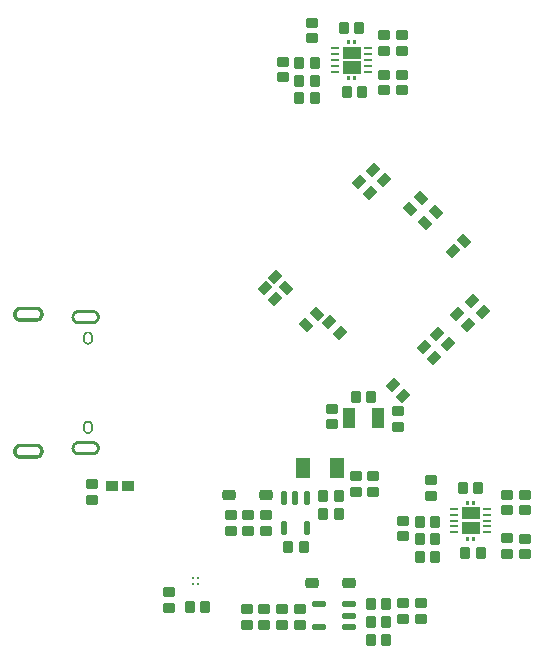
<source format=gbp>
G04*
G04 #@! TF.GenerationSoftware,Altium Limited,Altium Designer,24.0.1 (36)*
G04*
G04 Layer_Color=128*
%FSLAX44Y44*%
%MOMM*%
G71*
G04*
G04 #@! TF.SameCoordinates,3B49473D-73B2-42EE-9F38-8EB038721B03*
G04*
G04*
G04 #@! TF.FilePolarity,Positive*
G04*
G01*
G75*
G04:AMPARAMS|DCode=20|XSize=1mm|YSize=0.82mm|CornerRadius=0.041mm|HoleSize=0mm|Usage=FLASHONLY|Rotation=180.000|XOffset=0mm|YOffset=0mm|HoleType=Round|Shape=RoundedRectangle|*
%AMROUNDEDRECTD20*
21,1,1.0000,0.7380,0,0,180.0*
21,1,0.9180,0.8200,0,0,180.0*
1,1,0.0820,-0.4590,0.3690*
1,1,0.0820,0.4590,0.3690*
1,1,0.0820,0.4590,-0.3690*
1,1,0.0820,-0.4590,-0.3690*
%
%ADD20ROUNDEDRECTD20*%
G04:AMPARAMS|DCode=26|XSize=0.95mm|YSize=0.8mm|CornerRadius=0.04mm|HoleSize=0mm|Usage=FLASHONLY|Rotation=180.000|XOffset=0mm|YOffset=0mm|HoleType=Round|Shape=RoundedRectangle|*
%AMROUNDEDRECTD26*
21,1,0.9500,0.7200,0,0,180.0*
21,1,0.8700,0.8000,0,0,180.0*
1,1,0.0800,-0.4350,0.3600*
1,1,0.0800,0.4350,0.3600*
1,1,0.0800,0.4350,-0.3600*
1,1,0.0800,-0.4350,-0.3600*
%
%ADD26ROUNDEDRECTD26*%
G04:AMPARAMS|DCode=27|XSize=1mm|YSize=0.82mm|CornerRadius=0.041mm|HoleSize=0mm|Usage=FLASHONLY|Rotation=90.000|XOffset=0mm|YOffset=0mm|HoleType=Round|Shape=RoundedRectangle|*
%AMROUNDEDRECTD27*
21,1,1.0000,0.7380,0,0,90.0*
21,1,0.9180,0.8200,0,0,90.0*
1,1,0.0820,0.3690,0.4590*
1,1,0.0820,0.3690,-0.4590*
1,1,0.0820,-0.3690,-0.4590*
1,1,0.0820,-0.3690,0.4590*
%
%ADD27ROUNDEDRECTD27*%
%ADD28R,1.1061X0.9582*%
G04:AMPARAMS|DCode=68|XSize=1.21mm|YSize=0.59mm|CornerRadius=0.1475mm|HoleSize=0mm|Usage=FLASHONLY|Rotation=180.000|XOffset=0mm|YOffset=0mm|HoleType=Round|Shape=RoundedRectangle|*
%AMROUNDEDRECTD68*
21,1,1.2100,0.2950,0,0,180.0*
21,1,0.9150,0.5900,0,0,180.0*
1,1,0.2950,-0.4575,0.1475*
1,1,0.2950,0.4575,0.1475*
1,1,0.2950,0.4575,-0.1475*
1,1,0.2950,-0.4575,-0.1475*
%
%ADD68ROUNDEDRECTD68*%
G04:AMPARAMS|DCode=69|XSize=1.75mm|YSize=1.15mm|CornerRadius=0.0863mm|HoleSize=0mm|Usage=FLASHONLY|Rotation=270.000|XOffset=0mm|YOffset=0mm|HoleType=Round|Shape=RoundedRectangle|*
%AMROUNDEDRECTD69*
21,1,1.7500,0.9775,0,0,270.0*
21,1,1.5775,1.1500,0,0,270.0*
1,1,0.1725,-0.4888,-0.7887*
1,1,0.1725,-0.4888,0.7887*
1,1,0.1725,0.4888,0.7887*
1,1,0.1725,0.4888,-0.7887*
%
%ADD69ROUNDEDRECTD69*%
G04:AMPARAMS|DCode=70|XSize=0.95mm|YSize=0.8mm|CornerRadius=0.04mm|HoleSize=0mm|Usage=FLASHONLY|Rotation=90.000|XOffset=0mm|YOffset=0mm|HoleType=Round|Shape=RoundedRectangle|*
%AMROUNDEDRECTD70*
21,1,0.9500,0.7200,0,0,90.0*
21,1,0.8700,0.8000,0,0,90.0*
1,1,0.0800,0.3600,0.4350*
1,1,0.0800,0.3600,-0.4350*
1,1,0.0800,-0.3600,-0.4350*
1,1,0.0800,-0.3600,0.4350*
%
%ADD70ROUNDEDRECTD70*%
G04:AMPARAMS|DCode=71|XSize=0.6mm|YSize=0.24mm|CornerRadius=0.03mm|HoleSize=0mm|Usage=FLASHONLY|Rotation=0.000|XOffset=0mm|YOffset=0mm|HoleType=Round|Shape=RoundedRectangle|*
%AMROUNDEDRECTD71*
21,1,0.6000,0.1800,0,0,0.0*
21,1,0.5400,0.2400,0,0,0.0*
1,1,0.0600,0.2700,-0.0900*
1,1,0.0600,-0.2700,-0.0900*
1,1,0.0600,-0.2700,0.0900*
1,1,0.0600,0.2700,0.0900*
%
%ADD71ROUNDEDRECTD71*%
%ADD73C,0.2700*%
G04:AMPARAMS|DCode=74|XSize=1.12mm|YSize=0.86mm|CornerRadius=0.2193mm|HoleSize=0mm|Usage=FLASHONLY|Rotation=180.000|XOffset=0mm|YOffset=0mm|HoleType=Round|Shape=RoundedRectangle|*
%AMROUNDEDRECTD74*
21,1,1.1200,0.4214,0,0,180.0*
21,1,0.6814,0.8600,0,0,180.0*
1,1,0.4386,-0.3407,0.2107*
1,1,0.4386,0.3407,0.2107*
1,1,0.4386,0.3407,-0.2107*
1,1,0.4386,-0.3407,-0.2107*
%
%ADD74ROUNDEDRECTD74*%
G04:AMPARAMS|DCode=75|XSize=1.21mm|YSize=0.59mm|CornerRadius=0.1475mm|HoleSize=0mm|Usage=FLASHONLY|Rotation=270.000|XOffset=0mm|YOffset=0mm|HoleType=Round|Shape=RoundedRectangle|*
%AMROUNDEDRECTD75*
21,1,1.2100,0.2950,0,0,270.0*
21,1,0.9150,0.5900,0,0,270.0*
1,1,0.2950,-0.1475,-0.4575*
1,1,0.2950,-0.1475,0.4575*
1,1,0.2950,0.1475,0.4575*
1,1,0.2950,0.1475,-0.4575*
%
%ADD75ROUNDEDRECTD75*%
G04:AMPARAMS|DCode=76|XSize=1mm|YSize=0.82mm|CornerRadius=0.041mm|HoleSize=0mm|Usage=FLASHONLY|Rotation=135.000|XOffset=0mm|YOffset=0mm|HoleType=Round|Shape=RoundedRectangle|*
%AMROUNDEDRECTD76*
21,1,1.0000,0.7380,0,0,135.0*
21,1,0.9180,0.8200,0,0,135.0*
1,1,0.0820,-0.0636,0.5855*
1,1,0.0820,0.5855,-0.0636*
1,1,0.0820,0.0636,-0.5855*
1,1,0.0820,-0.5855,0.0636*
%
%ADD76ROUNDEDRECTD76*%
%ADD77R,1.0000X1.8000*%
G04:AMPARAMS|DCode=78|XSize=1mm|YSize=0.82mm|CornerRadius=0.041mm|HoleSize=0mm|Usage=FLASHONLY|Rotation=225.000|XOffset=0mm|YOffset=0mm|HoleType=Round|Shape=RoundedRectangle|*
%AMROUNDEDRECTD78*
21,1,1.0000,0.7380,0,0,225.0*
21,1,0.9180,0.8200,0,0,225.0*
1,1,0.0820,-0.5855,-0.0636*
1,1,0.0820,0.0636,0.5855*
1,1,0.0820,0.5855,0.0636*
1,1,0.0820,-0.0636,-0.5855*
%
%ADD78ROUNDEDRECTD78*%
G36*
X332222Y817744D02*
X332444Y817727D01*
X332665Y817698D01*
X332884Y817657D01*
X333100Y817605D01*
X333313Y817542D01*
X333523Y817468D01*
X333729Y817383D01*
X333929Y817287D01*
X334125Y817181D01*
X334315Y817064D01*
X334498Y816938D01*
X334675Y816803D01*
X334844Y816658D01*
X335005Y816505D01*
X335158Y816344D01*
X335303Y816175D01*
X335438Y815998D01*
X335564Y815815D01*
X335681Y815625D01*
X335787Y815430D01*
X335883Y815229D01*
X335968Y815023D01*
X336042Y814813D01*
X336105Y814600D01*
X336157Y814384D01*
X336198Y814165D01*
X336227Y813944D01*
X336244Y813722D01*
X336250Y813500D01*
Y812250D01*
Y811000D01*
X336244Y810778D01*
X336227Y810556D01*
X336198Y810335D01*
X336157Y810116D01*
X336105Y809900D01*
X336042Y809687D01*
X335968Y809477D01*
X335883Y809271D01*
X335787Y809071D01*
X335681Y808875D01*
X335564Y808685D01*
X335438Y808502D01*
X335303Y808325D01*
X335158Y808156D01*
X335005Y807995D01*
X334844Y807842D01*
X334675Y807697D01*
X334498Y807562D01*
X334315Y807436D01*
X334125Y807319D01*
X333929Y807213D01*
X333729Y807117D01*
X333523Y807032D01*
X333313Y806958D01*
X333100Y806895D01*
X332884Y806843D01*
X332665Y806802D01*
X332444Y806773D01*
X332222Y806756D01*
X332000Y806750D01*
X331778Y806756D01*
X331556Y806773D01*
X331335Y806802D01*
X331116Y806843D01*
X330900Y806895D01*
X330687Y806958D01*
X330477Y807032D01*
X330271Y807117D01*
X330070Y807213D01*
X329875Y807319D01*
X329685Y807436D01*
X329502Y807562D01*
X329325Y807697D01*
X329156Y807842D01*
X328995Y807995D01*
X328842Y808156D01*
X328697Y808325D01*
X328562Y808502D01*
X328436Y808685D01*
X328319Y808875D01*
X328213Y809071D01*
X328117Y809271D01*
X328032Y809477D01*
X327958Y809687D01*
X327895Y809900D01*
X327843Y810116D01*
X327802Y810335D01*
X327773Y810556D01*
X327756Y810778D01*
X327750Y811000D01*
Y812250D01*
Y813500D01*
X327756Y813722D01*
X327773Y813944D01*
X327802Y814165D01*
X327843Y814384D01*
X327895Y814600D01*
X327958Y814813D01*
X328032Y815023D01*
X328117Y815229D01*
X328213Y815430D01*
X328319Y815625D01*
X328436Y815815D01*
X328562Y815998D01*
X328697Y816175D01*
X328842Y816344D01*
X328995Y816505D01*
X329156Y816658D01*
X329325Y816803D01*
X329502Y816938D01*
X329685Y817064D01*
X329875Y817181D01*
X330070Y817287D01*
X330271Y817383D01*
X330477Y817468D01*
X330687Y817542D01*
X330900Y817605D01*
X331116Y817657D01*
X331335Y817698D01*
X331556Y817727D01*
X331778Y817744D01*
X332000Y817750D01*
X332222Y817744D01*
D02*
G37*
G36*
X336314Y800492D02*
X336627Y800467D01*
X336939Y800426D01*
X337248Y800369D01*
X337553Y800296D01*
X337854Y800206D01*
X338150Y800101D01*
X338440Y799981D01*
X338724Y799846D01*
X339000Y799696D01*
X339268Y799532D01*
X339527Y799354D01*
X339776Y799163D01*
X340015Y798959D01*
X340243Y798743D01*
X340459Y798515D01*
X340663Y798276D01*
X340854Y798027D01*
X341032Y797768D01*
X341196Y797500D01*
X341346Y797224D01*
X341481Y796940D01*
X341601Y796650D01*
X341706Y796354D01*
X341796Y796053D01*
X341869Y795748D01*
X341926Y795439D01*
X341967Y795127D01*
X341992Y794814D01*
X342000Y794500D01*
X341992Y794186D01*
X341967Y793873D01*
X341926Y793561D01*
X341869Y793252D01*
X341796Y792947D01*
X341706Y792646D01*
X341601Y792350D01*
X341481Y792060D01*
X341346Y791776D01*
X341196Y791500D01*
X341032Y791232D01*
X340854Y790973D01*
X340663Y790724D01*
X340459Y790485D01*
X340243Y790257D01*
X340015Y790041D01*
X339776Y789837D01*
X339527Y789646D01*
X339268Y789468D01*
X339000Y789304D01*
X338724Y789154D01*
X338440Y789019D01*
X338150Y788898D01*
X337854Y788794D01*
X337553Y788704D01*
X337248Y788631D01*
X336939Y788574D01*
X336627Y788533D01*
X336314Y788508D01*
X336000Y788500D01*
X324000D01*
X323686Y788508D01*
X323373Y788533D01*
X323061Y788574D01*
X322752Y788631D01*
X322447Y788704D01*
X322146Y788794D01*
X321850Y788898D01*
X321560Y789019D01*
X321276Y789154D01*
X321000Y789304D01*
X320732Y789468D01*
X320473Y789646D01*
X320224Y789837D01*
X319985Y790041D01*
X319757Y790257D01*
X319541Y790485D01*
X319337Y790724D01*
X319146Y790973D01*
X318968Y791232D01*
X318804Y791500D01*
X318654Y791776D01*
X318519Y792060D01*
X318398Y792350D01*
X318294Y792646D01*
X318204Y792947D01*
X318131Y793252D01*
X318074Y793561D01*
X318033Y793873D01*
X318008Y794186D01*
X318000Y794500D01*
X318008Y794814D01*
X318033Y795127D01*
X318074Y795439D01*
X318131Y795748D01*
X318204Y796053D01*
X318294Y796354D01*
X318398Y796650D01*
X318519Y796940D01*
X318654Y797224D01*
X318804Y797500D01*
X318968Y797768D01*
X319146Y798027D01*
X319337Y798276D01*
X319541Y798515D01*
X319757Y798743D01*
X319985Y798959D01*
X320224Y799163D01*
X320473Y799354D01*
X320732Y799532D01*
X321000Y799696D01*
X321276Y799846D01*
X321560Y799981D01*
X321850Y800101D01*
X322146Y800206D01*
X322447Y800296D01*
X322752Y800369D01*
X323061Y800426D01*
X323373Y800467D01*
X323686Y800492D01*
X324000Y800500D01*
X336000D01*
X336314Y800492D01*
D02*
G37*
G36*
X288340Y798491D02*
X288679Y798464D01*
X289017Y798420D01*
X289351Y798358D01*
X289682Y798279D01*
X290009Y798182D01*
X290329Y798068D01*
X290644Y797938D01*
X290951Y797792D01*
X291250Y797629D01*
X291540Y797451D01*
X291821Y797259D01*
X292091Y797051D01*
X292349Y796830D01*
X292596Y796596D01*
X292831Y796349D01*
X293051Y796091D01*
X293259Y795821D01*
X293451Y795540D01*
X293629Y795250D01*
X293792Y794951D01*
X293938Y794644D01*
X294068Y794329D01*
X294182Y794009D01*
X294279Y793682D01*
X294358Y793351D01*
X294420Y793017D01*
X294464Y792679D01*
X294491Y792340D01*
X294500Y792000D01*
X294491Y791660D01*
X294464Y791321D01*
X294420Y790983D01*
X294358Y790649D01*
X294279Y790318D01*
X294182Y789991D01*
X294068Y789671D01*
X293938Y789356D01*
X293792Y789049D01*
X293629Y788750D01*
X293451Y788460D01*
X293259Y788179D01*
X293051Y787909D01*
X292831Y787651D01*
X292596Y787404D01*
X292349Y787170D01*
X292091Y786948D01*
X291821Y786741D01*
X291540Y786549D01*
X291250Y786371D01*
X290951Y786208D01*
X290644Y786062D01*
X290329Y785932D01*
X290009Y785818D01*
X289682Y785722D01*
X289351Y785642D01*
X289017Y785580D01*
X288679Y785536D01*
X288340Y785509D01*
X288000Y785500D01*
X275000D01*
X274660Y785509D01*
X274321Y785536D01*
X273983Y785580D01*
X273649Y785642D01*
X273318Y785722D01*
X272991Y785818D01*
X272671Y785932D01*
X272356Y786062D01*
X272049Y786208D01*
X271750Y786371D01*
X271460Y786549D01*
X271179Y786741D01*
X270909Y786948D01*
X270651Y787170D01*
X270404Y787404D01*
X270170Y787651D01*
X269949Y787909D01*
X269741Y788179D01*
X269549Y788460D01*
X269371Y788750D01*
X269209Y789049D01*
X269062Y789356D01*
X268932Y789671D01*
X268818Y789991D01*
X268722Y790318D01*
X268642Y790649D01*
X268580Y790983D01*
X268536Y791321D01*
X268509Y791660D01*
X268500Y792000D01*
X268509Y792340D01*
X268536Y792679D01*
X268580Y793017D01*
X268642Y793351D01*
X268722Y793682D01*
X268818Y794009D01*
X268932Y794329D01*
X269062Y794644D01*
X269209Y794951D01*
X269371Y795250D01*
X269549Y795540D01*
X269741Y795821D01*
X269949Y796091D01*
X270170Y796349D01*
X270404Y796596D01*
X270651Y796830D01*
X270909Y797051D01*
X271179Y797259D01*
X271460Y797451D01*
X271750Y797629D01*
X272049Y797792D01*
X272356Y797938D01*
X272671Y798068D01*
X272991Y798182D01*
X273318Y798279D01*
X273649Y798358D01*
X273983Y798420D01*
X274321Y798464D01*
X274660Y798491D01*
X275000Y798500D01*
X288000D01*
X288340Y798491D01*
D02*
G37*
G36*
X659750Y746850D02*
X657250D01*
Y750250D01*
X659750D01*
Y746850D01*
D02*
G37*
G36*
X654750D02*
X652250D01*
Y750250D01*
X654750D01*
Y746850D01*
D02*
G37*
G36*
X663500Y734250D02*
X648500D01*
Y744850D01*
X663500D01*
Y734250D01*
D02*
G37*
G36*
Y721650D02*
X648500D01*
Y732250D01*
X663500D01*
Y721650D01*
D02*
G37*
G36*
X659750Y716250D02*
X657250D01*
Y719650D01*
X659750D01*
Y716250D01*
D02*
G37*
G36*
X654750D02*
X652250D01*
Y719650D01*
X654750D01*
Y716250D01*
D02*
G37*
G36*
X559000Y1136600D02*
X556500D01*
Y1140000D01*
X559000D01*
Y1136600D01*
D02*
G37*
G36*
X554000D02*
X551500D01*
Y1140000D01*
X554000D01*
Y1136600D01*
D02*
G37*
G36*
X562750Y1124000D02*
X547750D01*
Y1134600D01*
X562750D01*
Y1124000D01*
D02*
G37*
G36*
Y1111400D02*
X547750D01*
Y1122000D01*
X562750D01*
Y1111400D01*
D02*
G37*
G36*
X559000Y1106000D02*
X556500D01*
Y1109400D01*
X559000D01*
Y1106000D01*
D02*
G37*
G36*
X554000D02*
X551500D01*
Y1109400D01*
X554000D01*
Y1106000D01*
D02*
G37*
G36*
X288340Y914491D02*
X288679Y914464D01*
X289017Y914420D01*
X289351Y914358D01*
X289682Y914278D01*
X290009Y914182D01*
X290329Y914068D01*
X290644Y913938D01*
X290951Y913792D01*
X291250Y913629D01*
X291540Y913451D01*
X291821Y913259D01*
X292091Y913052D01*
X292349Y912830D01*
X292596Y912596D01*
X292831Y912349D01*
X293051Y912091D01*
X293259Y911821D01*
X293451Y911540D01*
X293629Y911250D01*
X293792Y910951D01*
X293938Y910644D01*
X294068Y910329D01*
X294182Y910009D01*
X294279Y909682D01*
X294358Y909351D01*
X294420Y909017D01*
X294464Y908679D01*
X294491Y908340D01*
X294500Y908000D01*
X294491Y907660D01*
X294464Y907321D01*
X294420Y906983D01*
X294358Y906649D01*
X294279Y906318D01*
X294182Y905991D01*
X294068Y905671D01*
X293938Y905356D01*
X293792Y905049D01*
X293629Y904750D01*
X293451Y904460D01*
X293259Y904179D01*
X293051Y903909D01*
X292831Y903651D01*
X292596Y903404D01*
X292349Y903170D01*
X292091Y902949D01*
X291821Y902741D01*
X291540Y902549D01*
X291250Y902371D01*
X290951Y902208D01*
X290644Y902062D01*
X290329Y901932D01*
X290009Y901818D01*
X289682Y901721D01*
X289351Y901642D01*
X289017Y901580D01*
X288679Y901536D01*
X288340Y901509D01*
X288000Y901500D01*
X275000D01*
X274660Y901509D01*
X274321Y901536D01*
X273983Y901580D01*
X273649Y901642D01*
X273318Y901721D01*
X272991Y901818D01*
X272671Y901932D01*
X272356Y902062D01*
X272049Y902208D01*
X271750Y902371D01*
X271460Y902549D01*
X271179Y902741D01*
X270909Y902949D01*
X270651Y903170D01*
X270404Y903404D01*
X270170Y903651D01*
X269949Y903909D01*
X269741Y904179D01*
X269549Y904460D01*
X269371Y904750D01*
X269209Y905049D01*
X269062Y905356D01*
X268932Y905671D01*
X268818Y905991D01*
X268722Y906318D01*
X268642Y906649D01*
X268580Y906983D01*
X268536Y907321D01*
X268509Y907660D01*
X268500Y908000D01*
X268509Y908340D01*
X268536Y908679D01*
X268580Y909017D01*
X268642Y909351D01*
X268722Y909682D01*
X268818Y910009D01*
X268932Y910329D01*
X269062Y910644D01*
X269209Y910951D01*
X269371Y911250D01*
X269549Y911540D01*
X269741Y911821D01*
X269949Y912091D01*
X270170Y912349D01*
X270404Y912596D01*
X270651Y912830D01*
X270909Y913052D01*
X271179Y913259D01*
X271460Y913451D01*
X271750Y913629D01*
X272049Y913792D01*
X272356Y913938D01*
X272671Y914068D01*
X272991Y914182D01*
X273318Y914278D01*
X273649Y914358D01*
X273983Y914420D01*
X274321Y914464D01*
X274660Y914491D01*
X275000Y914500D01*
X288000D01*
X288340Y914491D01*
D02*
G37*
G36*
X336314Y911492D02*
X336627Y911467D01*
X336939Y911426D01*
X337248Y911369D01*
X337553Y911296D01*
X337854Y911206D01*
X338150Y911102D01*
X338440Y910981D01*
X338724Y910846D01*
X339000Y910696D01*
X339268Y910532D01*
X339527Y910354D01*
X339776Y910163D01*
X340015Y909959D01*
X340243Y909743D01*
X340459Y909515D01*
X340663Y909276D01*
X340854Y909027D01*
X341032Y908768D01*
X341196Y908500D01*
X341346Y908224D01*
X341481Y907940D01*
X341601Y907650D01*
X341706Y907354D01*
X341796Y907053D01*
X341869Y906748D01*
X341926Y906439D01*
X341967Y906127D01*
X341992Y905814D01*
X342000Y905500D01*
X341992Y905186D01*
X341967Y904873D01*
X341926Y904561D01*
X341869Y904252D01*
X341796Y903947D01*
X341706Y903646D01*
X341601Y903350D01*
X341481Y903060D01*
X341346Y902776D01*
X341196Y902500D01*
X341032Y902232D01*
X340854Y901973D01*
X340663Y901724D01*
X340459Y901485D01*
X340243Y901257D01*
X340015Y901041D01*
X339776Y900837D01*
X339527Y900646D01*
X339268Y900468D01*
X339000Y900304D01*
X338724Y900154D01*
X338440Y900019D01*
X338150Y899899D01*
X337854Y899794D01*
X337553Y899704D01*
X337248Y899631D01*
X336939Y899574D01*
X336627Y899533D01*
X336314Y899508D01*
X336000Y899500D01*
X324000D01*
X323686Y899508D01*
X323373Y899533D01*
X323061Y899574D01*
X322752Y899631D01*
X322447Y899704D01*
X322146Y899794D01*
X321850Y899899D01*
X321560Y900019D01*
X321276Y900154D01*
X321000Y900304D01*
X320732Y900468D01*
X320473Y900646D01*
X320224Y900837D01*
X319985Y901041D01*
X319757Y901257D01*
X319541Y901485D01*
X319337Y901724D01*
X319146Y901973D01*
X318968Y902232D01*
X318804Y902500D01*
X318654Y902776D01*
X318519Y903060D01*
X318398Y903350D01*
X318294Y903646D01*
X318204Y903947D01*
X318131Y904252D01*
X318074Y904561D01*
X318033Y904873D01*
X318008Y905186D01*
X318000Y905500D01*
X318008Y905814D01*
X318033Y906127D01*
X318074Y906439D01*
X318131Y906748D01*
X318204Y907053D01*
X318294Y907354D01*
X318398Y907650D01*
X318519Y907940D01*
X318654Y908224D01*
X318804Y908500D01*
X318968Y908768D01*
X319146Y909027D01*
X319337Y909276D01*
X319541Y909515D01*
X319757Y909743D01*
X319985Y909959D01*
X320224Y910163D01*
X320473Y910354D01*
X320732Y910532D01*
X321000Y910696D01*
X321276Y910846D01*
X321560Y910981D01*
X321850Y911102D01*
X322146Y911206D01*
X322447Y911296D01*
X322752Y911369D01*
X323061Y911426D01*
X323373Y911467D01*
X323686Y911492D01*
X324000Y911500D01*
X336000D01*
X336314Y911492D01*
D02*
G37*
G36*
X332222Y893244D02*
X332444Y893227D01*
X332665Y893198D01*
X332884Y893157D01*
X333100Y893105D01*
X333313Y893042D01*
X333523Y892968D01*
X333729Y892883D01*
X333929Y892787D01*
X334125Y892681D01*
X334315Y892564D01*
X334498Y892438D01*
X334675Y892303D01*
X334844Y892158D01*
X335005Y892005D01*
X335158Y891844D01*
X335303Y891675D01*
X335438Y891498D01*
X335564Y891315D01*
X335681Y891125D01*
X335787Y890929D01*
X335883Y890729D01*
X335968Y890523D01*
X336042Y890313D01*
X336105Y890100D01*
X336157Y889884D01*
X336198Y889665D01*
X336227Y889444D01*
X336244Y889222D01*
X336250Y889000D01*
Y887750D01*
Y886500D01*
X336244Y886278D01*
X336227Y886056D01*
X336198Y885835D01*
X336157Y885616D01*
X336105Y885400D01*
X336042Y885187D01*
X335968Y884977D01*
X335883Y884771D01*
X335787Y884570D01*
X335681Y884375D01*
X335564Y884185D01*
X335438Y884002D01*
X335303Y883825D01*
X335158Y883656D01*
X335005Y883495D01*
X334844Y883342D01*
X334675Y883197D01*
X334498Y883062D01*
X334315Y882936D01*
X334125Y882819D01*
X333929Y882713D01*
X333729Y882617D01*
X333523Y882532D01*
X333313Y882458D01*
X333100Y882395D01*
X332884Y882343D01*
X332665Y882302D01*
X332444Y882273D01*
X332222Y882256D01*
X332000Y882250D01*
X331778Y882256D01*
X331556Y882273D01*
X331335Y882302D01*
X331116Y882343D01*
X330900Y882395D01*
X330687Y882458D01*
X330477Y882532D01*
X330271Y882617D01*
X330070Y882713D01*
X329875Y882819D01*
X329685Y882936D01*
X329502Y883062D01*
X329325Y883197D01*
X329156Y883342D01*
X328995Y883495D01*
X328842Y883656D01*
X328697Y883825D01*
X328562Y884002D01*
X328436Y884185D01*
X328319Y884375D01*
X328213Y884570D01*
X328117Y884771D01*
X328032Y884977D01*
X327958Y885187D01*
X327895Y885400D01*
X327843Y885616D01*
X327802Y885835D01*
X327773Y886056D01*
X327756Y886278D01*
X327750Y886500D01*
Y887750D01*
Y889000D01*
X327756Y889222D01*
X327773Y889444D01*
X327802Y889665D01*
X327843Y889884D01*
X327895Y890100D01*
X327958Y890313D01*
X328032Y890523D01*
X328117Y890729D01*
X328213Y890929D01*
X328319Y891125D01*
X328436Y891315D01*
X328562Y891498D01*
X328697Y891675D01*
X328842Y891844D01*
X328995Y892005D01*
X329156Y892158D01*
X329325Y892303D01*
X329502Y892438D01*
X329685Y892564D01*
X329875Y892681D01*
X330070Y892787D01*
X330271Y892883D01*
X330477Y892968D01*
X330687Y893042D01*
X330900Y893105D01*
X331116Y893157D01*
X331335Y893198D01*
X331556Y893227D01*
X331778Y893244D01*
X332000Y893250D01*
X332222Y893244D01*
D02*
G37*
%LPC*%
G36*
X332000Y816250D02*
X331856Y816246D01*
X331712Y816235D01*
X331570Y816216D01*
X331428Y816190D01*
X331288Y816156D01*
X331150Y816115D01*
X331015Y816067D01*
X330882Y816012D01*
X330751Y815950D01*
X330625Y815882D01*
X330502Y815806D01*
X330384Y815725D01*
X330269Y815637D01*
X330160Y815544D01*
X330055Y815444D01*
X329956Y815340D01*
X329863Y815231D01*
X329775Y815116D01*
X329694Y814998D01*
X329618Y814875D01*
X329550Y814749D01*
X329488Y814619D01*
X329433Y814485D01*
X329385Y814350D01*
X329344Y814212D01*
X329310Y814072D01*
X329284Y813930D01*
X329265Y813788D01*
X329254Y813644D01*
X329250Y813500D01*
Y812250D01*
Y811000D01*
X329254Y810856D01*
X329265Y810713D01*
X329284Y810570D01*
X329310Y810428D01*
X329344Y810288D01*
X329385Y810150D01*
X329433Y810014D01*
X329488Y809882D01*
X329550Y809752D01*
X329618Y809625D01*
X329694Y809502D01*
X329775Y809384D01*
X329863Y809269D01*
X329956Y809160D01*
X330055Y809055D01*
X330160Y808956D01*
X330269Y808863D01*
X330384Y808775D01*
X330502Y808694D01*
X330625Y808618D01*
X330751Y808550D01*
X330882Y808488D01*
X331015Y808433D01*
X331150Y808385D01*
X331288Y808344D01*
X331428Y808310D01*
X331570Y808284D01*
X331712Y808265D01*
X331856Y808254D01*
X332000Y808250D01*
X332144Y808254D01*
X332287Y808265D01*
X332430Y808284D01*
X332572Y808310D01*
X332712Y808344D01*
X332850Y808385D01*
X332985Y808433D01*
X333119Y808488D01*
X333248Y808550D01*
X333375Y808618D01*
X333498Y808694D01*
X333616Y808775D01*
X333731Y808863D01*
X333840Y808956D01*
X333945Y809055D01*
X334044Y809160D01*
X334137Y809269D01*
X334225Y809384D01*
X334306Y809502D01*
X334382Y809625D01*
X334450Y809752D01*
X334512Y809882D01*
X334567Y810014D01*
X334615Y810150D01*
X334656Y810288D01*
X334690Y810428D01*
X334716Y810570D01*
X334735Y810713D01*
X334746Y810856D01*
X334750Y811000D01*
Y812250D01*
Y813500D01*
X334746Y813644D01*
X334735Y813788D01*
X334716Y813930D01*
X334690Y814072D01*
X334656Y814212D01*
X334615Y814350D01*
X334567Y814485D01*
X334512Y814619D01*
X334450Y814749D01*
X334382Y814875D01*
X334306Y814998D01*
X334225Y815116D01*
X334137Y815231D01*
X334044Y815340D01*
X333945Y815444D01*
X333840Y815544D01*
X333731Y815637D01*
X333616Y815725D01*
X333498Y815806D01*
X333375Y815882D01*
X333248Y815950D01*
X333119Y816012D01*
X332985Y816067D01*
X332850Y816115D01*
X332712Y816156D01*
X332572Y816190D01*
X332430Y816216D01*
X332287Y816235D01*
X332144Y816246D01*
X332000Y816250D01*
D02*
G37*
G36*
X336000Y798000D02*
X324000D01*
X323817Y797995D01*
X323634Y797981D01*
X323452Y797957D01*
X323272Y797924D01*
X323094Y797881D01*
X322918Y797829D01*
X322746Y797767D01*
X322576Y797697D01*
X322411Y797618D01*
X322250Y797531D01*
X322094Y797435D01*
X321943Y797332D01*
X321797Y797220D01*
X321658Y797101D01*
X321525Y796975D01*
X321399Y796842D01*
X321280Y796703D01*
X321168Y796557D01*
X321065Y796406D01*
X320969Y796250D01*
X320882Y796089D01*
X320803Y795924D01*
X320732Y795754D01*
X320671Y795582D01*
X320619Y795406D01*
X320577Y795228D01*
X320543Y795048D01*
X320519Y794866D01*
X320505Y794683D01*
X320500Y794500D01*
X320505Y794317D01*
X320519Y794134D01*
X320543Y793952D01*
X320577Y793772D01*
X320619Y793594D01*
X320671Y793419D01*
X320732Y793246D01*
X320803Y793076D01*
X320882Y792911D01*
X320969Y792750D01*
X321065Y792594D01*
X321168Y792443D01*
X321280Y792297D01*
X321399Y792158D01*
X321525Y792025D01*
X321658Y791899D01*
X321797Y791780D01*
X321943Y791668D01*
X322094Y791565D01*
X322250Y791469D01*
X322411Y791382D01*
X322576Y791303D01*
X322746Y791233D01*
X322918Y791171D01*
X323094Y791119D01*
X323272Y791077D01*
X323452Y791043D01*
X323634Y791019D01*
X323817Y791005D01*
X324000Y791000D01*
X336000D01*
X336183Y791005D01*
X336366Y791019D01*
X336548Y791043D01*
X336728Y791077D01*
X336906Y791119D01*
X337082Y791171D01*
X337254Y791233D01*
X337424Y791303D01*
X337589Y791382D01*
X337750Y791469D01*
X337906Y791565D01*
X338057Y791668D01*
X338203Y791780D01*
X338342Y791899D01*
X338475Y792025D01*
X338601Y792158D01*
X338720Y792297D01*
X338832Y792443D01*
X338935Y792594D01*
X339031Y792750D01*
X339118Y792911D01*
X339197Y793076D01*
X339268Y793246D01*
X339329Y793419D01*
X339381Y793594D01*
X339423Y793772D01*
X339457Y793952D01*
X339481Y794134D01*
X339495Y794317D01*
X339500Y794500D01*
X339495Y794683D01*
X339481Y794866D01*
X339457Y795048D01*
X339423Y795228D01*
X339381Y795406D01*
X339329Y795582D01*
X339268Y795754D01*
X339197Y795924D01*
X339118Y796089D01*
X339031Y796250D01*
X338935Y796406D01*
X338832Y796557D01*
X338720Y796703D01*
X338601Y796842D01*
X338475Y796975D01*
X338342Y797101D01*
X338203Y797220D01*
X338057Y797332D01*
X337906Y797435D01*
X337750Y797531D01*
X337589Y797618D01*
X337424Y797697D01*
X337254Y797767D01*
X337082Y797829D01*
X336906Y797881D01*
X336728Y797924D01*
X336548Y797957D01*
X336366Y797981D01*
X336183Y797995D01*
X336000Y798000D01*
D02*
G37*
G36*
X288000Y795500D02*
X275000D01*
X274817Y795495D01*
X274634Y795481D01*
X274452Y795457D01*
X274272Y795424D01*
X274094Y795381D01*
X273918Y795329D01*
X273746Y795267D01*
X273576Y795197D01*
X273411Y795118D01*
X273250Y795031D01*
X273094Y794935D01*
X272943Y794832D01*
X272797Y794720D01*
X272658Y794601D01*
X272525Y794475D01*
X272399Y794342D01*
X272280Y794203D01*
X272168Y794057D01*
X272065Y793906D01*
X271969Y793750D01*
X271882Y793589D01*
X271803Y793424D01*
X271733Y793254D01*
X271671Y793082D01*
X271619Y792906D01*
X271576Y792728D01*
X271543Y792548D01*
X271519Y792366D01*
X271505Y792183D01*
X271500Y792000D01*
X271505Y791817D01*
X271519Y791634D01*
X271543Y791452D01*
X271576Y791272D01*
X271619Y791094D01*
X271671Y790918D01*
X271733Y790746D01*
X271803Y790576D01*
X271882Y790411D01*
X271969Y790250D01*
X272065Y790094D01*
X272168Y789943D01*
X272280Y789797D01*
X272399Y789658D01*
X272525Y789525D01*
X272658Y789399D01*
X272797Y789280D01*
X272943Y789168D01*
X273094Y789065D01*
X273250Y788969D01*
X273411Y788882D01*
X273576Y788803D01*
X273746Y788733D01*
X273918Y788671D01*
X274094Y788619D01*
X274272Y788577D01*
X274452Y788543D01*
X274634Y788519D01*
X274817Y788505D01*
X275000Y788500D01*
X288000D01*
X288183Y788505D01*
X288366Y788519D01*
X288547Y788543D01*
X288728Y788577D01*
X288906Y788619D01*
X289082Y788671D01*
X289254Y788733D01*
X289424Y788803D01*
X289589Y788882D01*
X289750Y788969D01*
X289906Y789065D01*
X290057Y789168D01*
X290203Y789280D01*
X290342Y789399D01*
X290475Y789525D01*
X290601Y789658D01*
X290720Y789797D01*
X290832Y789943D01*
X290935Y790094D01*
X291031Y790250D01*
X291119Y790411D01*
X291197Y790576D01*
X291268Y790746D01*
X291329Y790918D01*
X291381Y791094D01*
X291423Y791272D01*
X291457Y791452D01*
X291481Y791634D01*
X291495Y791817D01*
X291500Y792000D01*
X291495Y792183D01*
X291481Y792366D01*
X291457Y792548D01*
X291423Y792728D01*
X291381Y792906D01*
X291329Y793082D01*
X291268Y793254D01*
X291197Y793424D01*
X291119Y793589D01*
X291031Y793750D01*
X290935Y793906D01*
X290832Y794057D01*
X290720Y794203D01*
X290601Y794342D01*
X290475Y794475D01*
X290342Y794601D01*
X290203Y794720D01*
X290057Y794832D01*
X289906Y794935D01*
X289750Y795031D01*
X289589Y795118D01*
X289424Y795197D01*
X289254Y795267D01*
X289082Y795329D01*
X288906Y795381D01*
X288728Y795424D01*
X288547Y795457D01*
X288366Y795481D01*
X288183Y795495D01*
X288000Y795500D01*
D02*
G37*
G36*
Y911500D02*
X275000D01*
X274817Y911495D01*
X274634Y911481D01*
X274452Y911457D01*
X274272Y911423D01*
X274094Y911381D01*
X273918Y911329D01*
X273746Y911267D01*
X273576Y911197D01*
X273411Y911118D01*
X273250Y911031D01*
X273094Y910935D01*
X272943Y910832D01*
X272797Y910720D01*
X272658Y910601D01*
X272525Y910475D01*
X272399Y910342D01*
X272280Y910203D01*
X272168Y910057D01*
X272065Y909906D01*
X271969Y909750D01*
X271882Y909589D01*
X271803Y909424D01*
X271733Y909254D01*
X271671Y909082D01*
X271619Y908906D01*
X271576Y908728D01*
X271543Y908548D01*
X271519Y908366D01*
X271505Y908183D01*
X271500Y908000D01*
X271505Y907817D01*
X271519Y907634D01*
X271543Y907452D01*
X271576Y907272D01*
X271619Y907094D01*
X271671Y906918D01*
X271733Y906746D01*
X271803Y906576D01*
X271882Y906411D01*
X271969Y906250D01*
X272065Y906094D01*
X272168Y905943D01*
X272280Y905797D01*
X272399Y905658D01*
X272525Y905525D01*
X272658Y905399D01*
X272797Y905280D01*
X272943Y905168D01*
X273094Y905065D01*
X273250Y904969D01*
X273411Y904882D01*
X273576Y904803D01*
X273746Y904733D01*
X273918Y904671D01*
X274094Y904619D01*
X274272Y904576D01*
X274452Y904543D01*
X274634Y904519D01*
X274817Y904505D01*
X275000Y904500D01*
X288000D01*
X288183Y904505D01*
X288366Y904519D01*
X288547Y904543D01*
X288728Y904576D01*
X288906Y904619D01*
X289082Y904671D01*
X289254Y904733D01*
X289424Y904803D01*
X289589Y904882D01*
X289750Y904969D01*
X289906Y905065D01*
X290057Y905168D01*
X290203Y905280D01*
X290342Y905399D01*
X290475Y905525D01*
X290601Y905658D01*
X290720Y905797D01*
X290832Y905943D01*
X290935Y906094D01*
X291031Y906250D01*
X291119Y906411D01*
X291197Y906576D01*
X291268Y906746D01*
X291329Y906918D01*
X291381Y907094D01*
X291423Y907272D01*
X291457Y907452D01*
X291481Y907634D01*
X291495Y907817D01*
X291500Y908000D01*
X291495Y908183D01*
X291481Y908366D01*
X291457Y908548D01*
X291423Y908728D01*
X291381Y908906D01*
X291329Y909082D01*
X291268Y909254D01*
X291197Y909424D01*
X291119Y909589D01*
X291031Y909750D01*
X290935Y909906D01*
X290832Y910057D01*
X290720Y910203D01*
X290601Y910342D01*
X290475Y910475D01*
X290342Y910601D01*
X290203Y910720D01*
X290057Y910832D01*
X289906Y910935D01*
X289750Y911031D01*
X289589Y911118D01*
X289424Y911197D01*
X289254Y911267D01*
X289082Y911329D01*
X288906Y911381D01*
X288728Y911423D01*
X288547Y911457D01*
X288366Y911481D01*
X288183Y911495D01*
X288000Y911500D01*
D02*
G37*
G36*
X336000Y909000D02*
X324000D01*
X323817Y908995D01*
X323634Y908981D01*
X323452Y908957D01*
X323272Y908923D01*
X323094Y908881D01*
X322918Y908829D01*
X322746Y908767D01*
X322576Y908697D01*
X322411Y908618D01*
X322250Y908531D01*
X322094Y908435D01*
X321943Y908332D01*
X321797Y908220D01*
X321658Y908101D01*
X321525Y907975D01*
X321399Y907842D01*
X321280Y907703D01*
X321168Y907557D01*
X321065Y907406D01*
X320969Y907250D01*
X320882Y907089D01*
X320803Y906924D01*
X320732Y906754D01*
X320671Y906581D01*
X320619Y906406D01*
X320577Y906228D01*
X320543Y906048D01*
X320519Y905866D01*
X320505Y905683D01*
X320500Y905500D01*
X320505Y905317D01*
X320519Y905134D01*
X320543Y904952D01*
X320577Y904772D01*
X320619Y904594D01*
X320671Y904418D01*
X320732Y904246D01*
X320803Y904076D01*
X320882Y903911D01*
X320969Y903750D01*
X321065Y903594D01*
X321168Y903443D01*
X321280Y903297D01*
X321399Y903158D01*
X321525Y903025D01*
X321658Y902899D01*
X321797Y902780D01*
X321943Y902669D01*
X322094Y902565D01*
X322250Y902469D01*
X322411Y902382D01*
X322576Y902303D01*
X322746Y902233D01*
X322918Y902171D01*
X323094Y902119D01*
X323272Y902076D01*
X323452Y902043D01*
X323634Y902019D01*
X323817Y902005D01*
X324000Y902000D01*
X336000D01*
X336183Y902005D01*
X336366Y902019D01*
X336548Y902043D01*
X336728Y902076D01*
X336906Y902119D01*
X337082Y902171D01*
X337254Y902233D01*
X337424Y902303D01*
X337589Y902382D01*
X337750Y902469D01*
X337906Y902565D01*
X338057Y902669D01*
X338203Y902780D01*
X338342Y902899D01*
X338475Y903025D01*
X338601Y903158D01*
X338720Y903297D01*
X338832Y903443D01*
X338935Y903594D01*
X339031Y903750D01*
X339118Y903911D01*
X339197Y904076D01*
X339268Y904246D01*
X339329Y904418D01*
X339381Y904594D01*
X339423Y904772D01*
X339457Y904952D01*
X339481Y905134D01*
X339495Y905317D01*
X339500Y905500D01*
X339495Y905683D01*
X339481Y905866D01*
X339457Y906048D01*
X339423Y906228D01*
X339381Y906406D01*
X339329Y906581D01*
X339268Y906754D01*
X339197Y906924D01*
X339118Y907089D01*
X339031Y907250D01*
X338935Y907406D01*
X338832Y907557D01*
X338720Y907703D01*
X338601Y907842D01*
X338475Y907975D01*
X338342Y908101D01*
X338203Y908220D01*
X338057Y908332D01*
X337906Y908435D01*
X337750Y908531D01*
X337589Y908618D01*
X337424Y908697D01*
X337254Y908767D01*
X337082Y908829D01*
X336906Y908881D01*
X336728Y908923D01*
X336548Y908957D01*
X336366Y908981D01*
X336183Y908995D01*
X336000Y909000D01*
D02*
G37*
G36*
X332000Y891750D02*
X331856Y891746D01*
X331712Y891735D01*
X331570Y891716D01*
X331428Y891690D01*
X331288Y891656D01*
X331150Y891615D01*
X331015Y891567D01*
X330882Y891512D01*
X330751Y891450D01*
X330625Y891382D01*
X330502Y891306D01*
X330384Y891225D01*
X330269Y891137D01*
X330160Y891044D01*
X330055Y890945D01*
X329956Y890840D01*
X329863Y890731D01*
X329775Y890616D01*
X329694Y890498D01*
X329618Y890375D01*
X329550Y890248D01*
X329488Y890118D01*
X329433Y889986D01*
X329385Y889850D01*
X329344Y889712D01*
X329310Y889572D01*
X329284Y889430D01*
X329265Y889287D01*
X329254Y889144D01*
X329250Y889000D01*
Y887750D01*
Y886500D01*
X329254Y886356D01*
X329265Y886213D01*
X329284Y886070D01*
X329310Y885928D01*
X329344Y885788D01*
X329385Y885650D01*
X329433Y885515D01*
X329488Y885381D01*
X329550Y885251D01*
X329618Y885125D01*
X329694Y885002D01*
X329775Y884884D01*
X329863Y884769D01*
X329956Y884660D01*
X330055Y884556D01*
X330160Y884456D01*
X330269Y884363D01*
X330384Y884275D01*
X330502Y884194D01*
X330625Y884118D01*
X330751Y884050D01*
X330882Y883988D01*
X331015Y883933D01*
X331150Y883885D01*
X331288Y883844D01*
X331428Y883810D01*
X331570Y883784D01*
X331712Y883765D01*
X331856Y883754D01*
X332000Y883750D01*
X332144Y883754D01*
X332287Y883765D01*
X332430Y883784D01*
X332572Y883810D01*
X332712Y883844D01*
X332850Y883885D01*
X332985Y883933D01*
X333119Y883988D01*
X333248Y884050D01*
X333375Y884118D01*
X333498Y884194D01*
X333616Y884275D01*
X333731Y884363D01*
X333840Y884456D01*
X333945Y884556D01*
X334044Y884660D01*
X334137Y884769D01*
X334225Y884884D01*
X334306Y885002D01*
X334382Y885125D01*
X334450Y885251D01*
X334512Y885381D01*
X334567Y885515D01*
X334615Y885650D01*
X334656Y885788D01*
X334690Y885928D01*
X334716Y886070D01*
X334735Y886213D01*
X334746Y886356D01*
X334750Y886500D01*
Y887750D01*
Y889000D01*
X334746Y889144D01*
X334735Y889287D01*
X334716Y889430D01*
X334690Y889572D01*
X334656Y889712D01*
X334615Y889850D01*
X334567Y889986D01*
X334512Y890118D01*
X334450Y890248D01*
X334382Y890375D01*
X334306Y890498D01*
X334225Y890616D01*
X334137Y890731D01*
X334044Y890840D01*
X333945Y890945D01*
X333840Y891044D01*
X333731Y891137D01*
X333616Y891225D01*
X333498Y891306D01*
X333375Y891382D01*
X333248Y891450D01*
X333119Y891512D01*
X332985Y891567D01*
X332850Y891615D01*
X332712Y891656D01*
X332572Y891690D01*
X332430Y891716D01*
X332287Y891735D01*
X332144Y891746D01*
X332000Y891750D01*
D02*
G37*
%LPD*%
D20*
X597500Y1097750D02*
D03*
Y1110750D02*
D03*
Y1144000D02*
D03*
Y1131000D02*
D03*
X702250Y705000D02*
D03*
Y718000D02*
D03*
X702000Y755000D02*
D03*
Y742000D02*
D03*
X401000Y659500D02*
D03*
Y672500D02*
D03*
X613750Y650250D02*
D03*
Y663250D02*
D03*
X598500Y650250D02*
D03*
Y663250D02*
D03*
X573250Y757750D02*
D03*
Y770750D02*
D03*
X558500Y757750D02*
D03*
Y770750D02*
D03*
X482750Y737750D02*
D03*
Y724750D02*
D03*
X496250Y645000D02*
D03*
Y658000D02*
D03*
X481250Y645000D02*
D03*
Y658000D02*
D03*
X466250Y645000D02*
D03*
Y658000D02*
D03*
X452750Y737750D02*
D03*
Y724750D02*
D03*
X467750Y737750D02*
D03*
Y724750D02*
D03*
X538250Y827750D02*
D03*
Y814750D02*
D03*
X594750Y825750D02*
D03*
Y812750D02*
D03*
X335000Y751000D02*
D03*
Y764000D02*
D03*
D26*
X522000Y1154750D02*
D03*
Y1141750D02*
D03*
X497000Y1108500D02*
D03*
Y1121500D02*
D03*
X582500Y1144000D02*
D03*
Y1131000D02*
D03*
Y1097750D02*
D03*
Y1110750D02*
D03*
X686500Y705250D02*
D03*
Y718250D02*
D03*
X687000Y755000D02*
D03*
Y742000D02*
D03*
X622750Y767250D02*
D03*
Y754250D02*
D03*
X598500Y720250D02*
D03*
Y733250D02*
D03*
X511500Y658000D02*
D03*
Y645000D02*
D03*
D27*
X511000Y1120750D02*
D03*
X524000D02*
D03*
X511000Y1105750D02*
D03*
X524000D02*
D03*
X511000Y1091000D02*
D03*
X524000D02*
D03*
X612750Y702250D02*
D03*
X625750D02*
D03*
X612750Y732250D02*
D03*
X625750D02*
D03*
X612750Y717250D02*
D03*
X625750D02*
D03*
D28*
X351989Y762500D02*
D03*
X365511D02*
D03*
D68*
X527700Y662250D02*
D03*
Y643250D02*
D03*
X552800D02*
D03*
Y652750D02*
D03*
Y662250D02*
D03*
D69*
X514000Y778000D02*
D03*
X542500D02*
D03*
D70*
X551250Y1095750D02*
D03*
X564250D02*
D03*
X548750Y1150250D02*
D03*
X561750D02*
D03*
X651500Y705750D02*
D03*
X664500D02*
D03*
X649250Y760500D02*
D03*
X662250D02*
D03*
X418000Y660250D02*
D03*
X431000D02*
D03*
X544250Y739000D02*
D03*
X531250D02*
D03*
X531250Y753750D02*
D03*
X544250D02*
D03*
X584500Y632000D02*
D03*
X571500D02*
D03*
X571500Y647000D02*
D03*
X584500D02*
D03*
X584500Y662250D02*
D03*
X571500D02*
D03*
X501500Y710750D02*
D03*
X514500D02*
D03*
X572000Y838250D02*
D03*
X559000D02*
D03*
D71*
X541250Y1113000D02*
D03*
Y1118000D02*
D03*
Y1123000D02*
D03*
Y1128000D02*
D03*
Y1133000D02*
D03*
X569250D02*
D03*
Y1128000D02*
D03*
Y1123000D02*
D03*
Y1118000D02*
D03*
Y1113000D02*
D03*
X642000Y723250D02*
D03*
Y728250D02*
D03*
Y733250D02*
D03*
Y738250D02*
D03*
Y743250D02*
D03*
X670000D02*
D03*
Y738250D02*
D03*
Y733250D02*
D03*
Y728250D02*
D03*
Y723250D02*
D03*
D73*
X425500Y684750D02*
D03*
X420500D02*
D03*
X425500Y679750D02*
D03*
X420500D02*
D03*
D74*
X521500Y680500D02*
D03*
X553000D02*
D03*
X451250Y754750D02*
D03*
X482750D02*
D03*
D75*
X498000Y752050D02*
D03*
X507500D02*
D03*
X517000D02*
D03*
Y726950D02*
D03*
X498000D02*
D03*
D76*
X525692Y908442D02*
D03*
X516500Y899250D02*
D03*
X614096Y1006596D02*
D03*
X604904Y997404D02*
D03*
X499846Y929904D02*
D03*
X626346Y994596D02*
D03*
X617154Y985404D02*
D03*
X650596Y970346D02*
D03*
D77*
X577750Y819750D02*
D03*
X552750D02*
D03*
D78*
X490654Y939096D02*
D03*
X573058Y1030442D02*
D03*
X582250Y1021250D02*
D03*
X481500Y929750D02*
D03*
X490692Y920558D02*
D03*
X599096Y838654D02*
D03*
X589904Y847846D02*
D03*
X666346Y910154D02*
D03*
X657154Y919346D02*
D03*
X641404Y961154D02*
D03*
X636846Y882404D02*
D03*
X627654Y891596D02*
D03*
X536404Y901346D02*
D03*
X545596Y892154D02*
D03*
X561654Y1019596D02*
D03*
X570846Y1010404D02*
D03*
X625250Y870750D02*
D03*
X616058Y879942D02*
D03*
X653346Y899154D02*
D03*
X644154Y908346D02*
D03*
M02*

</source>
